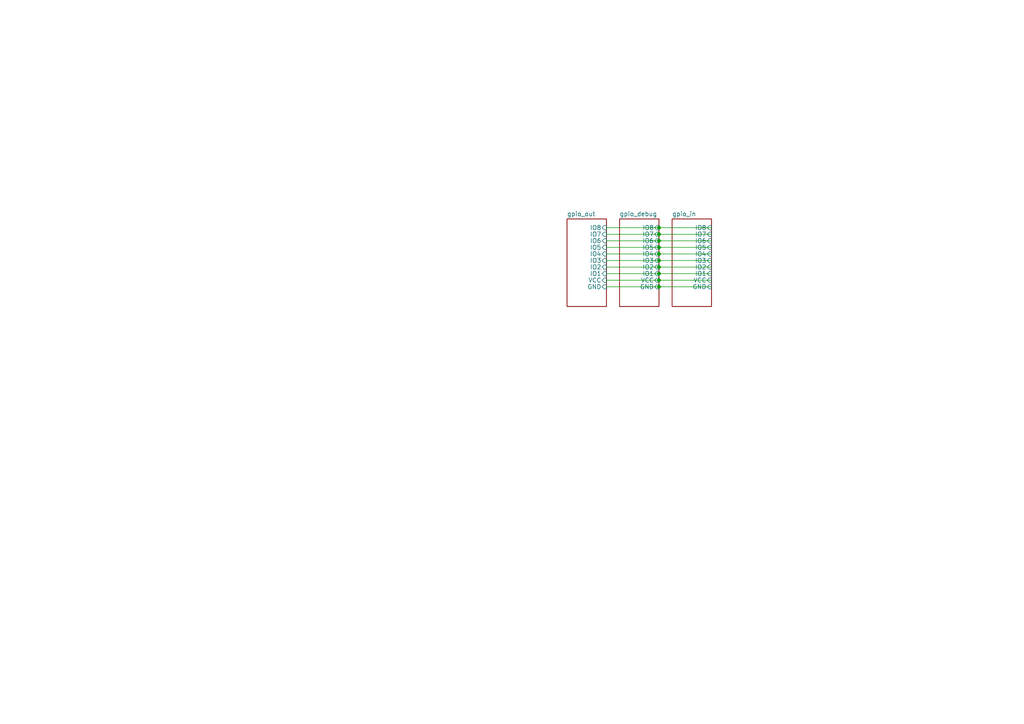
<source format=kicad_sch>
(kicad_sch (version 20230121) (generator eeschema)
  (paper "A4")
  (lib_symbols)
  (junction (at 191.135 75.565))
  (junction (at 191.135 67.945))
  (junction (at 191.135 77.47))
  (junction (at 191.135 73.66))
  (junction (at 191.135 83.185))
  (junction (at 191.135 71.755))
  (junction (at 191.135 69.85))
  (junction (at 191.135 79.375))
  (junction (at 191.135 81.28))
  (junction (at 191.135 66.04))
  (wire (pts (xy 191.135 66.04) (xy 206.375 66.04)))
  (wire (pts (xy 175.895 73.66) (xy 191.135 73.66)))
  (wire (pts (xy 191.135 75.565) (xy 206.375 75.565)))
  (wire (pts (xy 175.895 81.28) (xy 191.135 81.28)))
  (wire (pts (xy 191.135 71.755) (xy 206.375 71.755)))
  (wire (pts (xy 175.895 66.04) (xy 191.135 66.04)))
  (wire (pts (xy 175.895 79.375) (xy 191.135 79.375)))
  (wire (pts (xy 191.135 69.85) (xy 206.375 69.85)))
  (wire (pts (xy 191.135 73.66) (xy 206.375 73.66)))
  (wire (pts (xy 175.895 77.47) (xy 191.135 77.47)))
  (wire (pts (xy 175.895 69.85) (xy 191.135 69.85)))
  (wire (pts (xy 175.895 67.945) (xy 191.135 67.945)))
  (wire (pts (xy 175.895 71.755) (xy 191.135 71.755)))
  (wire (pts (xy 191.135 81.28) (xy 206.375 81.28)))
  (wire (pts (xy 175.895 75.565) (xy 191.135 75.565)))
  (wire (pts (xy 175.895 83.185) (xy 191.135 83.185)))
  (wire (pts (xy 191.135 83.185) (xy 206.375 83.185)))
  (wire (pts (xy 191.135 67.945) (xy 206.375 67.945)))
  (wire (pts (xy 191.135 79.375) (xy 206.375 79.375)))
  (wire (pts (xy 191.135 77.47) (xy 206.375 77.47)))
  (sheet (at 194.945 63.5) (size 11.43 25.4) (stroke (width 0.1524))
    (property "Sheetname" "gpio_in" (at 194.945 62.7884 0) (effects (justify left bottom)))
    (property "Sheetfile" "C:/Users/tbz/OneDrive/doc/kicad_schematic/pmod_gpio.kicad_sch" (effects hide))
    (pin "IO4" input (at 206.375 73.66 0))
    (pin "IO3" input (at 206.375 75.565 0))
    (pin "VCC" input (at 206.375 81.28 0))
    (pin "IO2" input (at 206.375 77.47 0))
    (pin "IO1" input (at 206.375 79.375 0))
    (pin "GND" input (at 206.375 83.185 0))
    (pin "IO8" input (at 206.375 66.04 0))
    (pin "IO5" input (at 206.375 71.755 0))
    (pin "IO7" input (at 206.375 67.945 0))
    (pin "IO6" input (at 206.375 69.85 0))
  )
  (sheet (at 164.465 63.5) (size 11.43 25.4) (stroke (width 0.1524))
    (property "Sheetname" "gpio_out" (at 164.465 62.7884 0) (effects (justify left bottom)))
    (property "Sheetfile" "C:/Users/tbz/OneDrive/doc/kicad_schematic/pmod_gpio.kicad_sch" (effects hide))
    (pin "IO4" input (at 175.895 73.66 0))
    (pin "IO3" input (at 175.895 75.565 0))
    (pin "VCC" input (at 175.895 81.28 0))
    (pin "IO2" input (at 175.895 77.47 0))
    (pin "IO1" input (at 175.895 79.375 0))
    (pin "GND" input (at 175.895 83.185 0))
    (pin "IO8" input (at 175.895 66.04 0))
    (pin "IO5" input (at 175.895 71.755 0))
    (pin "IO7" input (at 175.895 67.945 0))
    (pin "IO6" input (at 175.895 69.85 0))
  )
  (sheet (at 179.705 63.5) (size 11.43 25.4) (stroke (width 0.1524))
    (property "Sheetname" "gpio_debug" (at 179.705 62.7884 0) (effects (justify left bottom)))
    (property "Sheetfile" "C:/Users/tbz/OneDrive/doc/kicad_schematic/pmod_gpio.kicad_sch" (effects hide))
    (pin "IO4" input (at 191.135 73.66 0))
    (pin "IO3" input (at 191.135 75.565 0))
    (pin "VCC" input (at 191.135 81.28 0))
    (pin "IO2" input (at 191.135 77.47 0))
    (pin "IO1" input (at 191.135 79.375 0))
    (pin "GND" input (at 191.135 83.185 0))
    (pin "IO8" input (at 191.135 66.04 0))
    (pin "IO5" input (at 191.135 71.755 0))
    (pin "IO7" input (at 191.135 67.945 0))
    (pin "IO6" input (at 191.135 69.85 0))
  )
)
</source>
